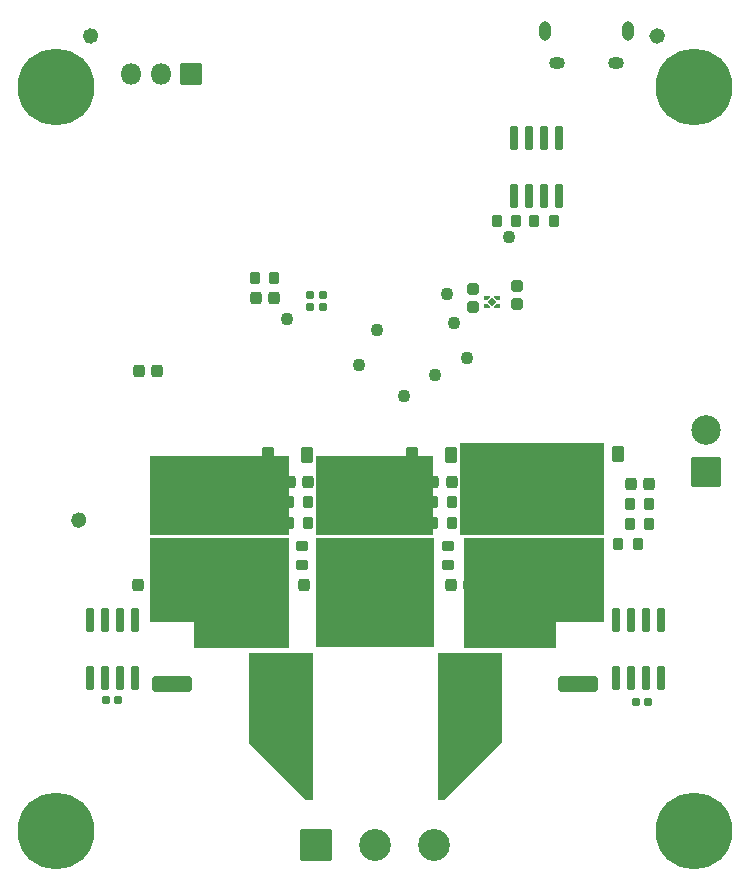
<source format=gbs>
G04 #@! TF.GenerationSoftware,KiCad,Pcbnew,(6.0.2)*
G04 #@! TF.CreationDate,2022-07-28T14:34:32+02:00*
G04 #@! TF.ProjectId,progetto_motor_controller,70726f67-6574-4746-9f5f-6d6f746f725f,rev?*
G04 #@! TF.SameCoordinates,Original*
G04 #@! TF.FileFunction,Soldermask,Bot*
G04 #@! TF.FilePolarity,Negative*
%FSLAX46Y46*%
G04 Gerber Fmt 4.6, Leading zero omitted, Abs format (unit mm)*
G04 Created by KiCad (PCBNEW (6.0.2)) date 2022-07-28 14:34:32*
%MOMM*%
%LPD*%
G01*
G04 APERTURE LIST*
G04 Aperture macros list*
%AMRoundRect*
0 Rectangle with rounded corners*
0 $1 Rounding radius*
0 $2 $3 $4 $5 $6 $7 $8 $9 X,Y pos of 4 corners*
0 Add a 4 corners polygon primitive as box body*
4,1,4,$2,$3,$4,$5,$6,$7,$8,$9,$2,$3,0*
0 Add four circle primitives for the rounded corners*
1,1,$1+$1,$2,$3*
1,1,$1+$1,$4,$5*
1,1,$1+$1,$6,$7*
1,1,$1+$1,$8,$9*
0 Add four rect primitives between the rounded corners*
20,1,$1+$1,$2,$3,$4,$5,0*
20,1,$1+$1,$4,$5,$6,$7,0*
20,1,$1+$1,$6,$7,$8,$9,0*
20,1,$1+$1,$8,$9,$2,$3,0*%
%AMFreePoly0*
4,1,14,0.124905,0.140800,0.304905,-0.034700,0.320000,-0.070500,0.320000,-0.105000,0.305355,-0.140355,0.270000,-0.155000,-0.090000,-0.155000,-0.125355,-0.140355,-0.140000,-0.105000,-0.140000,0.105000,-0.125355,0.140355,-0.090000,0.155000,0.090000,0.155000,0.124905,0.140800,0.124905,0.140800,$1*%
%AMFreePoly1*
4,1,14,0.125355,0.140355,0.140000,0.105000,0.140000,-0.105000,0.125355,-0.140355,0.090000,-0.155000,-0.270000,-0.155000,-0.305355,-0.140355,-0.320000,-0.105000,-0.320000,-0.070500,-0.304905,-0.034700,-0.124905,0.140800,-0.090000,0.155000,0.090000,0.155000,0.125355,0.140355,0.125355,0.140355,$1*%
G04 Aperture macros list end*
%ADD10C,0.000000*%
%ADD11C,0.650000*%
%ADD12C,0.296000*%
%ADD13O,1.350000X1.050000*%
%ADD14O,0.990000X1.650000*%
%ADD15C,0.900000*%
%ADD16C,6.500000*%
%ADD17RoundRect,0.050000X1.200000X-1.200000X1.200000X1.200000X-1.200000X1.200000X-1.200000X-1.200000X0*%
%ADD18C,2.500000*%
%ADD19RoundRect,0.050000X-1.300000X-1.300000X1.300000X-1.300000X1.300000X1.300000X-1.300000X1.300000X0*%
%ADD20C,2.700000*%
%ADD21RoundRect,0.050000X-0.850000X0.850000X-0.850000X-0.850000X0.850000X-0.850000X0.850000X0.850000X0*%
%ADD22O,1.800000X1.800000*%
%ADD23C,1.100000*%
%ADD24RoundRect,0.275000X0.225000X0.250000X-0.225000X0.250000X-0.225000X-0.250000X0.225000X-0.250000X0*%
%ADD25RoundRect,0.275000X0.250000X-0.225000X0.250000X0.225000X-0.250000X0.225000X-0.250000X-0.225000X0*%
%ADD26RoundRect,0.300000X1.425000X-0.362500X1.425000X0.362500X-1.425000X0.362500X-1.425000X-0.362500X0*%
%ADD27RoundRect,0.050000X0.450000X0.600000X-0.450000X0.600000X-0.450000X-0.600000X0.450000X-0.600000X0*%
%ADD28RoundRect,0.190000X0.170000X-0.140000X0.170000X0.140000X-0.170000X0.140000X-0.170000X-0.140000X0*%
%ADD29RoundRect,0.200000X-0.150000X0.825000X-0.150000X-0.825000X0.150000X-0.825000X0.150000X0.825000X0*%
%ADD30RoundRect,0.250000X-0.200000X-0.275000X0.200000X-0.275000X0.200000X0.275000X-0.200000X0.275000X0*%
%ADD31RoundRect,0.250000X0.200000X0.275000X-0.200000X0.275000X-0.200000X-0.275000X0.200000X-0.275000X0*%
%ADD32RoundRect,0.250000X0.275000X-0.200000X0.275000X0.200000X-0.275000X0.200000X-0.275000X-0.200000X0*%
%ADD33FreePoly0,0.000000*%
%ADD34FreePoly1,180.000000*%
%ADD35FreePoly0,180.000000*%
%ADD36FreePoly1,0.000000*%
%ADD37RoundRect,0.050000X-0.339411X0.000000X0.000000X-0.339411X0.339411X0.000000X0.000000X0.339411X0*%
%ADD38RoundRect,0.200000X0.150000X-0.825000X0.150000X0.825000X-0.150000X0.825000X-0.150000X-0.825000X0*%
%ADD39RoundRect,0.275000X-0.225000X-0.250000X0.225000X-0.250000X0.225000X0.250000X-0.225000X0.250000X0*%
%ADD40RoundRect,0.190000X0.140000X0.170000X-0.140000X0.170000X-0.140000X-0.170000X0.140000X-0.170000X0*%
%ADD41RoundRect,0.190000X-0.140000X-0.170000X0.140000X-0.170000X0.140000X0.170000X-0.140000X0.170000X0*%
G04 APERTURE END LIST*
D10*
G36*
X135350000Y-120900000D02*
G01*
X123200000Y-120900000D01*
X123200000Y-113150000D01*
X135350000Y-113150000D01*
X135350000Y-120900000D01*
G37*
G36*
X108700000Y-120900000D02*
G01*
X96950000Y-120900000D01*
X96950000Y-114250000D01*
X108700000Y-114250000D01*
X108700000Y-120900000D01*
G37*
G36*
X110700000Y-143350000D02*
G01*
X110150000Y-143350000D01*
X105300000Y-138500000D01*
X105300000Y-130900000D01*
X110700000Y-130900000D01*
X110700000Y-143350000D01*
G37*
G36*
X126700000Y-138550000D02*
G01*
X121850000Y-143350000D01*
X121300000Y-143350000D01*
X121300000Y-130900000D01*
X126700000Y-130900000D01*
X126700000Y-138550000D01*
G37*
G36*
X121000000Y-130400000D02*
G01*
X111000000Y-130400000D01*
X111000000Y-121150000D01*
X121000000Y-121150000D01*
X121000000Y-130400000D01*
G37*
G36*
X108700000Y-130450000D02*
G01*
X100650000Y-130450000D01*
X100650000Y-128250000D01*
X96950000Y-128250000D01*
X96950000Y-121150000D01*
X108700000Y-121150000D01*
X108700000Y-130450000D01*
G37*
G36*
X135350000Y-121157530D02*
G01*
X135350029Y-128250001D01*
X131300000Y-128250000D01*
X131300000Y-130454774D01*
X123500000Y-130449921D01*
X123496304Y-121152007D01*
X135350000Y-121157530D01*
G37*
G36*
X120900000Y-120900000D02*
G01*
X111000000Y-120900000D01*
X111000000Y-114250000D01*
X120900000Y-114250000D01*
X120900000Y-120900000D01*
G37*
D11*
X91225000Y-119650000D02*
G75*
G03*
X91225000Y-119650000I-325000J0D01*
G01*
X92225000Y-78650000D02*
G75*
G03*
X92225000Y-78650000I-325000J0D01*
G01*
X140200000Y-78650000D02*
G75*
G03*
X140200000Y-78650000I-325000J0D01*
G01*
D12*
X90900000Y-119650000D03*
X91900000Y-78650000D03*
X139875000Y-78650000D03*
D13*
X136400000Y-80950000D03*
D14*
X130400000Y-78250000D03*
D13*
X131400000Y-80950000D03*
D14*
X137400000Y-78250000D03*
D15*
X87302944Y-144302944D03*
X89000000Y-143600000D03*
X91400000Y-146000000D03*
X90697056Y-147697056D03*
X87302944Y-147697056D03*
X89000000Y-148400000D03*
X86600000Y-146000000D03*
D16*
X89000000Y-146000000D03*
D15*
X90697056Y-144302944D03*
D17*
X144000000Y-115550000D03*
D18*
X144000000Y-112050000D03*
D19*
X111000000Y-147150000D03*
D20*
X116000000Y-147150000D03*
X121000000Y-147150000D03*
D21*
X100450000Y-81900000D03*
D22*
X97910000Y-81900000D03*
X95370000Y-81900000D03*
D15*
X141302944Y-144302944D03*
X144697056Y-144302944D03*
X143000000Y-143600000D03*
X141302944Y-147697056D03*
D16*
X143000000Y-146000000D03*
D15*
X140600000Y-146000000D03*
X145400000Y-146000000D03*
X144697056Y-147697056D03*
X143000000Y-148400000D03*
X141302944Y-84697056D03*
X141302944Y-81302944D03*
X143000000Y-80600000D03*
X144697056Y-81302944D03*
X143000000Y-85400000D03*
D16*
X143000000Y-83000000D03*
D15*
X140600000Y-83000000D03*
X144697056Y-84697056D03*
X145400000Y-83000000D03*
X90697056Y-84697056D03*
X89000000Y-80600000D03*
X90697056Y-81302944D03*
D16*
X89000000Y-83000000D03*
D15*
X91400000Y-83000000D03*
X89000000Y-85400000D03*
X86600000Y-83000000D03*
X87302944Y-81302944D03*
X87302944Y-84697056D03*
D23*
X108550000Y-102650000D03*
D24*
X122475000Y-116400000D03*
X120925000Y-116400000D03*
D23*
X122650000Y-102950000D03*
D25*
X128000000Y-101375000D03*
X128000000Y-99825000D03*
D26*
X98800000Y-133512500D03*
X98800000Y-127587500D03*
D24*
X123975000Y-125150000D03*
X122425000Y-125150000D03*
D27*
X110250000Y-114150000D03*
X106950000Y-114150000D03*
X136550000Y-114050000D03*
X133250000Y-114050000D03*
D28*
X110500000Y-101580000D03*
X110500000Y-100620000D03*
D29*
X136395000Y-128075000D03*
X137665000Y-128075000D03*
X138935000Y-128075000D03*
X140205000Y-128075000D03*
X140205000Y-133025000D03*
X138935000Y-133025000D03*
X137665000Y-133025000D03*
X136395000Y-133025000D03*
D30*
X105825000Y-99150000D03*
X107475000Y-99150000D03*
D31*
X122525000Y-119900000D03*
X120875000Y-119900000D03*
D23*
X114650000Y-106500000D03*
X122100000Y-100500000D03*
D30*
X129475000Y-94350000D03*
X131125000Y-94350000D03*
D24*
X139175000Y-116550000D03*
X137625000Y-116550000D03*
X111550000Y-125150000D03*
X110000000Y-125150000D03*
D32*
X109800000Y-123475000D03*
X109800000Y-121825000D03*
D30*
X126275000Y-94350000D03*
X127925000Y-94350000D03*
D23*
X127300000Y-95650000D03*
D31*
X110325000Y-119900000D03*
X108675000Y-119900000D03*
D25*
X124300000Y-101600000D03*
X124300000Y-100050000D03*
D33*
X125380000Y-101525000D03*
D34*
X125380000Y-100875000D03*
D35*
X126420000Y-100875000D03*
D36*
X126420000Y-101525000D03*
D37*
X125900000Y-101200000D03*
D23*
X121050000Y-107350000D03*
D30*
X137575000Y-119950000D03*
X139225000Y-119950000D03*
D31*
X122525000Y-118150000D03*
X120875000Y-118150000D03*
D26*
X133200000Y-133512500D03*
X133200000Y-127587500D03*
D32*
X122150000Y-123475000D03*
X122150000Y-121825000D03*
D38*
X131605000Y-92225000D03*
X130335000Y-92225000D03*
X129065000Y-92225000D03*
X127795000Y-92225000D03*
X127795000Y-87275000D03*
X129065000Y-87275000D03*
X130335000Y-87275000D03*
X131605000Y-87275000D03*
D39*
X95975000Y-107000000D03*
X97525000Y-107000000D03*
D23*
X116150000Y-103550000D03*
X118400000Y-109100000D03*
D40*
X139080000Y-135050000D03*
X138120000Y-135050000D03*
D41*
X93240000Y-134900000D03*
X94200000Y-134900000D03*
D30*
X136575000Y-121650000D03*
X138225000Y-121650000D03*
D29*
X91895000Y-128075000D03*
X93165000Y-128075000D03*
X94435000Y-128075000D03*
X95705000Y-128075000D03*
X95705000Y-133025000D03*
X94435000Y-133025000D03*
X93165000Y-133025000D03*
X91895000Y-133025000D03*
D24*
X110300000Y-116400000D03*
X108750000Y-116400000D03*
D23*
X123800000Y-105950000D03*
D31*
X110325000Y-118150000D03*
X108675000Y-118150000D03*
D27*
X122450000Y-114150000D03*
X119150000Y-114150000D03*
D24*
X107425000Y-100800000D03*
X105875000Y-100800000D03*
D28*
X111600000Y-101580000D03*
X111600000Y-100620000D03*
D24*
X97475000Y-125150000D03*
X95925000Y-125150000D03*
D30*
X137575000Y-118250000D03*
X139225000Y-118250000D03*
M02*

</source>
